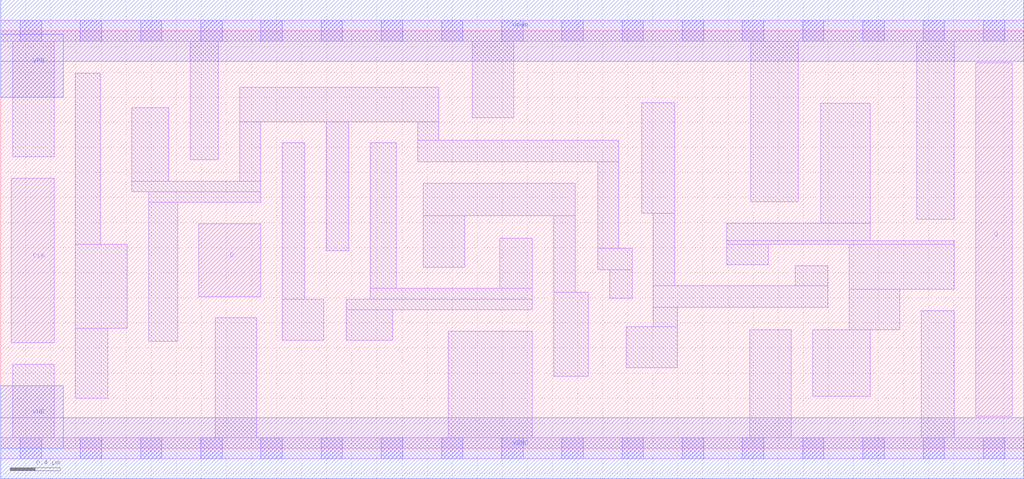
<source format=lef>
# Copyright 2020 The SkyWater PDK Authors
#
# Licensed under the Apache License, Version 2.0 (the "License");
# you may not use this file except in compliance with the License.
# You may obtain a copy of the License at
#
#     https://www.apache.org/licenses/LICENSE-2.0
#
# Unless required by applicable law or agreed to in writing, software
# distributed under the License is distributed on an "AS IS" BASIS,
# WITHOUT WARRANTIES OR CONDITIONS OF ANY KIND, either express or implied.
# See the License for the specific language governing permissions and
# limitations under the License.
#
# SPDX-License-Identifier: Apache-2.0

VERSION 5.5 ;
NAMESCASESENSITIVE ON ;
BUSBITCHARS "[]" ;
DIVIDERCHAR "/" ;
MACRO sky130_fd_sc_lp__dfxtp_1
  CLASS CORE ;
  SOURCE USER ;
  ORIGIN  0.000000  0.000000 ;
  SIZE  8.160000 BY  3.330000 ;
  SYMMETRY X Y R90 ;
  SITE unit ;
  PIN D
    ANTENNAGATEAREA  0.126000 ;
    DIRECTION INPUT ;
    USE SIGNAL ;
    PORT
      LAYER li1 ;
        RECT 1.580000 1.210000 2.075000 1.790000 ;
    END
  END D
  PIN Q
    ANTENNADIFFAREA  0.556500 ;
    DIRECTION OUTPUT ;
    USE SIGNAL ;
    PORT
      LAYER li1 ;
        RECT 7.775000 0.255000 8.065000 3.075000 ;
    END
  END Q
  PIN CLK
    ANTENNAGATEAREA  0.159000 ;
    DIRECTION INPUT ;
    USE CLOCK ;
    PORT
      LAYER li1 ;
        RECT 0.085000 0.840000 0.425000 2.155000 ;
    END
  END CLK
  PIN VGND
    DIRECTION INOUT ;
    USE GROUND ;
    PORT
      LAYER met1 ;
        RECT 0.000000 -0.245000 8.160000 0.245000 ;
    END
  END VGND
  PIN VNB
    DIRECTION INOUT ;
    USE GROUND ;
    PORT
    END
  END VNB
  PIN VPB
    DIRECTION INOUT ;
    USE POWER ;
    PORT
    END
  END VPB
  PIN VNB
    DIRECTION INOUT ;
    USE GROUND ;
    PORT
      LAYER met1 ;
        RECT 0.000000 0.000000 0.500000 0.500000 ;
    END
  END VNB
  PIN VPB
    DIRECTION INOUT ;
    USE POWER ;
    PORT
      LAYER met1 ;
        RECT 0.000000 2.800000 0.500000 3.300000 ;
    END
  END VPB
  PIN VPWR
    DIRECTION INOUT ;
    USE POWER ;
    PORT
      LAYER met1 ;
        RECT 0.000000 3.085000 8.160000 3.575000 ;
    END
  END VPWR
  OBS
    LAYER li1 ;
      RECT 0.000000 -0.085000 8.160000 0.085000 ;
      RECT 0.000000  3.245000 8.160000 3.415000 ;
      RECT 0.095000  0.085000 0.425000 0.670000 ;
      RECT 0.095000  2.325000 0.425000 3.245000 ;
      RECT 0.595000  0.400000 0.855000 0.955000 ;
      RECT 0.595000  0.955000 1.010000 1.625000 ;
      RECT 0.595000  1.625000 0.795000 2.990000 ;
      RECT 1.045000  2.045000 2.075000 2.130000 ;
      RECT 1.045000  2.130000 1.340000 2.715000 ;
      RECT 1.180000  0.855000 1.410000 1.960000 ;
      RECT 1.180000  1.960000 2.075000 2.045000 ;
      RECT 1.510000  2.300000 1.735000 3.245000 ;
      RECT 1.710000  0.085000 2.040000 1.040000 ;
      RECT 1.905000  2.130000 2.075000 2.605000 ;
      RECT 1.905000  2.605000 3.495000 2.880000 ;
      RECT 2.245000  0.860000 2.575000 1.190000 ;
      RECT 2.245000  1.190000 2.425000 2.435000 ;
      RECT 2.595000  1.575000 2.775000 2.605000 ;
      RECT 2.755000  0.860000 3.125000 1.105000 ;
      RECT 2.755000  1.105000 4.240000 1.190000 ;
      RECT 2.945000  1.190000 4.240000 1.275000 ;
      RECT 2.945000  1.275000 3.155000 2.435000 ;
      RECT 3.325000  2.285000 4.930000 2.455000 ;
      RECT 3.325000  2.455000 3.495000 2.605000 ;
      RECT 3.370000  1.445000 3.700000 1.855000 ;
      RECT 3.370000  1.855000 4.580000 2.115000 ;
      RECT 3.570000  0.085000 4.240000 0.935000 ;
      RECT 3.760000  2.635000 4.090000 3.245000 ;
      RECT 3.980000  1.275000 4.240000 1.675000 ;
      RECT 4.410000  0.575000 4.685000 1.245000 ;
      RECT 4.410000  1.245000 4.580000 1.855000 ;
      RECT 4.760000  1.425000 5.035000 1.595000 ;
      RECT 4.760000  1.595000 4.930000 2.285000 ;
      RECT 4.855000  1.195000 5.035000 1.425000 ;
      RECT 4.990000  0.640000 5.395000 0.970000 ;
      RECT 5.110000  1.875000 5.375000 2.755000 ;
      RECT 5.205000  0.970000 5.395000 1.125000 ;
      RECT 5.205000  1.125000 6.595000 1.295000 ;
      RECT 5.205000  1.295000 5.375000 1.875000 ;
      RECT 5.790000  1.465000 6.120000 1.625000 ;
      RECT 5.790000  1.625000 7.605000 1.655000 ;
      RECT 5.790000  1.655000 6.935000 1.795000 ;
      RECT 5.975000  0.085000 6.305000 0.945000 ;
      RECT 5.980000  1.965000 6.360000 3.245000 ;
      RECT 6.335000  1.295000 6.595000 1.455000 ;
      RECT 6.475000  0.415000 6.935000 0.945000 ;
      RECT 6.540000  1.795000 6.935000 2.750000 ;
      RECT 6.765000  0.945000 7.170000 1.270000 ;
      RECT 6.765000  1.270000 7.605000 1.625000 ;
      RECT 7.305000  1.825000 7.605000 3.245000 ;
      RECT 7.340000  0.085000 7.605000 1.095000 ;
    LAYER mcon ;
      RECT 0.155000 -0.085000 0.325000 0.085000 ;
      RECT 0.155000  3.245000 0.325000 3.415000 ;
      RECT 0.635000 -0.085000 0.805000 0.085000 ;
      RECT 0.635000  3.245000 0.805000 3.415000 ;
      RECT 1.115000 -0.085000 1.285000 0.085000 ;
      RECT 1.115000  3.245000 1.285000 3.415000 ;
      RECT 1.595000 -0.085000 1.765000 0.085000 ;
      RECT 1.595000  3.245000 1.765000 3.415000 ;
      RECT 2.075000 -0.085000 2.245000 0.085000 ;
      RECT 2.075000  3.245000 2.245000 3.415000 ;
      RECT 2.555000 -0.085000 2.725000 0.085000 ;
      RECT 2.555000  3.245000 2.725000 3.415000 ;
      RECT 3.035000 -0.085000 3.205000 0.085000 ;
      RECT 3.035000  3.245000 3.205000 3.415000 ;
      RECT 3.515000 -0.085000 3.685000 0.085000 ;
      RECT 3.515000  3.245000 3.685000 3.415000 ;
      RECT 3.995000 -0.085000 4.165000 0.085000 ;
      RECT 3.995000  3.245000 4.165000 3.415000 ;
      RECT 4.475000 -0.085000 4.645000 0.085000 ;
      RECT 4.475000  3.245000 4.645000 3.415000 ;
      RECT 4.955000 -0.085000 5.125000 0.085000 ;
      RECT 4.955000  3.245000 5.125000 3.415000 ;
      RECT 5.435000 -0.085000 5.605000 0.085000 ;
      RECT 5.435000  3.245000 5.605000 3.415000 ;
      RECT 5.915000 -0.085000 6.085000 0.085000 ;
      RECT 5.915000  3.245000 6.085000 3.415000 ;
      RECT 6.395000 -0.085000 6.565000 0.085000 ;
      RECT 6.395000  3.245000 6.565000 3.415000 ;
      RECT 6.875000 -0.085000 7.045000 0.085000 ;
      RECT 6.875000  3.245000 7.045000 3.415000 ;
      RECT 7.355000 -0.085000 7.525000 0.085000 ;
      RECT 7.355000  3.245000 7.525000 3.415000 ;
      RECT 7.835000 -0.085000 8.005000 0.085000 ;
      RECT 7.835000  3.245000 8.005000 3.415000 ;
  END
END sky130_fd_sc_lp__dfxtp_1
END LIBRARY

</source>
